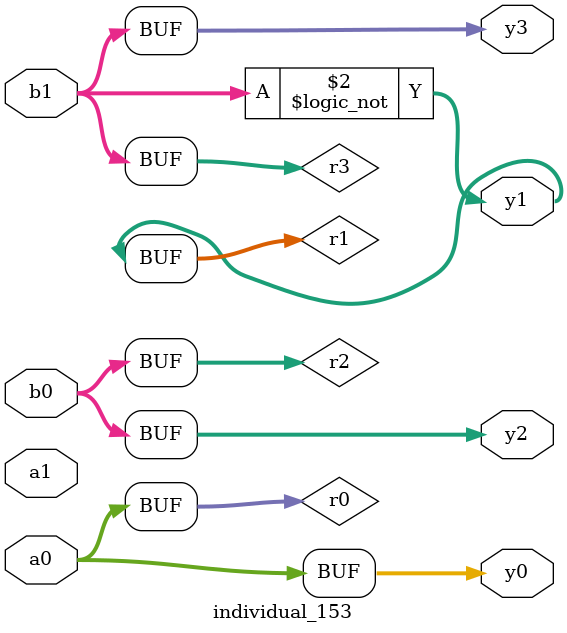
<source format=sv>
module individual_153(input logic [15:0] a1, input logic [15:0] a0, input logic [15:0] b1, input logic [15:0] b0, output logic [15:0] y3, output logic [15:0] y2, output logic [15:0] y1, output logic [15:0] y0);
logic [15:0] r0, r1, r2, r3; 
 always@(*) begin 
	 r0 = a0; r1 = a1; r2 = b0; r3 = b1; 
 	 r1 = ! r3 ;
 	 y3 = r3; y2 = r2; y1 = r1; y0 = r0; 
end
endmodule
</source>
